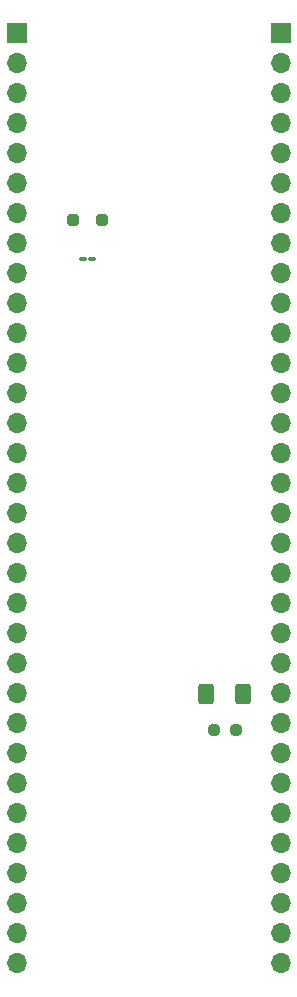
<source format=gbr>
%TF.GenerationSoftware,KiCad,Pcbnew,7.0.5*%
%TF.CreationDate,2023-07-24T11:34:01-05:00*%
%TF.ProjectId,AcoplePic32,41636f70-6c65-4506-9963-33322e6b6963,rev?*%
%TF.SameCoordinates,Original*%
%TF.FileFunction,Soldermask,Bot*%
%TF.FilePolarity,Negative*%
%FSLAX46Y46*%
G04 Gerber Fmt 4.6, Leading zero omitted, Abs format (unit mm)*
G04 Created by KiCad (PCBNEW 7.0.5) date 2023-07-24 11:34:01*
%MOMM*%
%LPD*%
G01*
G04 APERTURE LIST*
G04 Aperture macros list*
%AMRoundRect*
0 Rectangle with rounded corners*
0 $1 Rounding radius*
0 $2 $3 $4 $5 $6 $7 $8 $9 X,Y pos of 4 corners*
0 Add a 4 corners polygon primitive as box body*
4,1,4,$2,$3,$4,$5,$6,$7,$8,$9,$2,$3,0*
0 Add four circle primitives for the rounded corners*
1,1,$1+$1,$2,$3*
1,1,$1+$1,$4,$5*
1,1,$1+$1,$6,$7*
1,1,$1+$1,$8,$9*
0 Add four rect primitives between the rounded corners*
20,1,$1+$1,$2,$3,$4,$5,0*
20,1,$1+$1,$4,$5,$6,$7,0*
20,1,$1+$1,$6,$7,$8,$9,0*
20,1,$1+$1,$8,$9,$2,$3,0*%
G04 Aperture macros list end*
%ADD10R,1.700000X1.700000*%
%ADD11O,1.700000X1.700000*%
%ADD12RoundRect,0.100000X0.217500X0.100000X-0.217500X0.100000X-0.217500X-0.100000X0.217500X-0.100000X0*%
%ADD13RoundRect,0.250000X-0.400000X-0.625000X0.400000X-0.625000X0.400000X0.625000X-0.400000X0.625000X0*%
%ADD14RoundRect,0.237500X-0.250000X-0.237500X0.250000X-0.237500X0.250000X0.237500X-0.250000X0.237500X0*%
%ADD15RoundRect,0.250000X0.250000X0.250000X-0.250000X0.250000X-0.250000X-0.250000X0.250000X-0.250000X0*%
G04 APERTURE END LIST*
D10*
%TO.C,J1*%
X110869709Y-51898058D03*
D11*
X110869709Y-54438058D03*
X110869709Y-56978058D03*
X110869709Y-59518058D03*
X110869709Y-62058058D03*
X110869709Y-64598058D03*
X110869709Y-67138058D03*
X110869709Y-69678058D03*
X110869709Y-72218058D03*
X110869709Y-74758058D03*
X110869709Y-77298058D03*
X110869709Y-79838058D03*
X110869709Y-82378058D03*
X110869709Y-84918058D03*
X110869709Y-87458058D03*
X110869709Y-89998058D03*
X110869709Y-92538058D03*
X110869709Y-95078058D03*
X110869709Y-97618058D03*
X110869709Y-100158058D03*
X110869709Y-102698058D03*
X110869709Y-105238058D03*
X110869709Y-107778058D03*
X110869709Y-110318058D03*
X110869709Y-112858058D03*
X110869709Y-115398058D03*
X110869709Y-117938058D03*
X110869709Y-120478058D03*
X110869709Y-123018058D03*
X110869709Y-125558058D03*
X110869709Y-128098058D03*
X110869709Y-130638058D03*
%TD*%
%TO.C,J3*%
X133169709Y-130638058D03*
X133169709Y-128098058D03*
X133169709Y-125558058D03*
X133169709Y-123018058D03*
X133169709Y-120478058D03*
X133169709Y-117938058D03*
X133169709Y-115398058D03*
X133169709Y-112858058D03*
X133169709Y-110318058D03*
X133169709Y-107778058D03*
X133169709Y-105238058D03*
X133169709Y-102698058D03*
X133169709Y-100158058D03*
X133169709Y-97618058D03*
X133169709Y-95078058D03*
X133169709Y-92538058D03*
X133169709Y-89998058D03*
X133169709Y-87458058D03*
X133169709Y-84918058D03*
X133169709Y-82378058D03*
X133169709Y-79838058D03*
X133169709Y-77298058D03*
X133169709Y-74758058D03*
X133169709Y-72218058D03*
X133169709Y-69678058D03*
X133169709Y-67138058D03*
X133169709Y-64598058D03*
X133169709Y-62058058D03*
X133169709Y-59518058D03*
X133169709Y-56978058D03*
X133169709Y-54438058D03*
D10*
X133169709Y-51898058D03*
%TD*%
D12*
%TO.C,R3*%
X117247500Y-70993000D03*
X116432500Y-70993000D03*
%TD*%
D13*
%TO.C,R1*%
X126897800Y-107847800D03*
X129997800Y-107847800D03*
%TD*%
D14*
%TO.C,R2*%
X127560700Y-110898300D03*
X129385700Y-110898300D03*
%TD*%
D15*
%TO.C,D1*%
X118090000Y-67691000D03*
X115590000Y-67691000D03*
%TD*%
M02*

</source>
